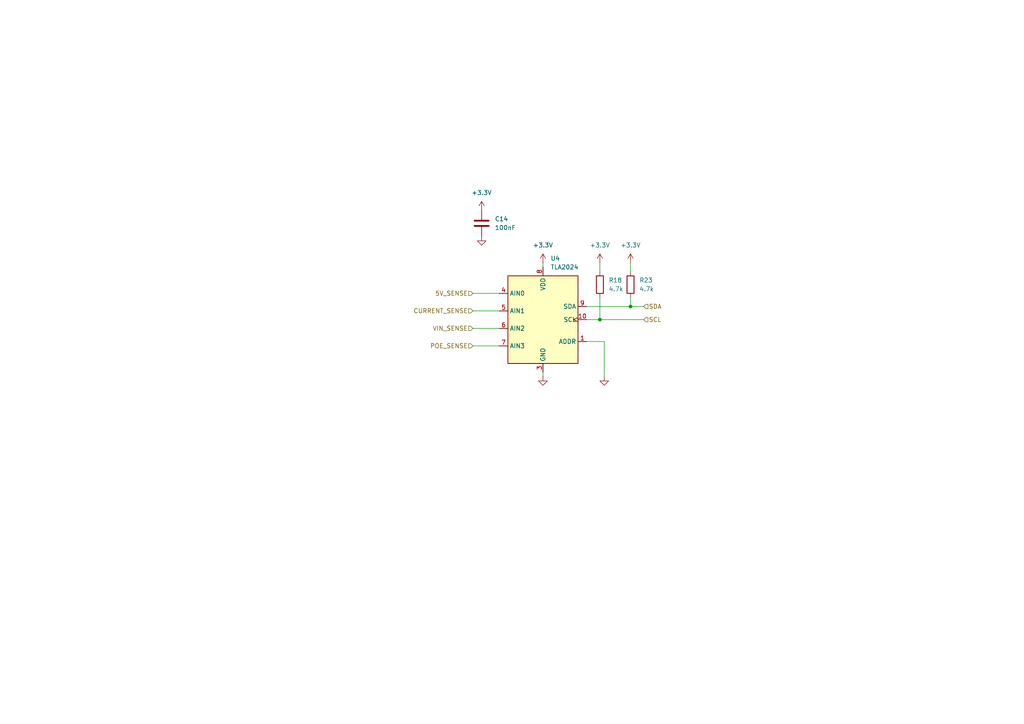
<source format=kicad_sch>
(kicad_sch (version 20231120) (generator "eeschema") (generator_version "8.0")
  (paper "A4")
  (title_block (title "Interface shield") (date "2024-06-04") (rev "${VERSION}") (company "TrendBit s.r.o.") (comment 1 "Designed by: Petr Malaník"))
  (lib_symbols
    (symbol "Device:C" (pin_numbers hide) (pin_names (offset 0.254))
      (property "Reference" "C" (at 0.635 2.54 0))
      (property "Value" "C" (at 0.635 -2.54 0))
      (symbol "C_0_1"
        (polyline (pts (xy -2.032 -0.762) (xy 2.032 -0.762)) (stroke (width 0.508)))
        (polyline (pts (xy -2.032 0.762) (xy 2.032 0.762)) (stroke (width 0.508)))
      )
      (symbol "C_1_1"
        (pin passive line (at 0 3.81 270) (length 2.794) (name "~") (number "1"))
        (pin passive line (at 0 -3.81 90) (length 2.794) (name "~") (number "2"))
      )
    )
    (symbol "Device:R" (pin_numbers hide) (pin_names (offset 0))
      (property "Reference" "R" (at 2.032 0 90))
      (property "Value" "R" (at 0 0 90))
      (symbol "R_0_1"
        (rectangle (start -1.016 -2.54) (end 1.016 2.54) (stroke (width 0.254)))
      )
      (symbol "R_1_1"
        (pin passive line (at 0 3.81 270) (length 1.27) (name "~") (number "1"))
        (pin passive line (at 0 -3.81 90) (length 1.27) (name "~") (number "2"))
      )
    )
    (symbol "TCY_IC:TLA2024"
      (property "Reference" "U" (at -0.762 0.254 0))
      (property "Value" "TLA2024" (at -3.81 -2.54 0))
      (symbol "TLA2024_0_1"
        (rectangle (start -10.16 12.7) (end 10.16 -12.7) (stroke (width 0.254)) (fill (type background)))
      )
      (symbol "TLA2024_1_1"
        (pin input line (at 12.7 -6.35 180) (length 2.54) (name "ADDR") (number "1"))
        (pin input clock (at 12.7 0 180) (length 2.54) (name "SCL") (number "10"))
        (pin no_connect non_logic (at 12.7 7.62 180) (length 2.54) hide (name "NC") (number "2"))
        (pin power_in line (at 0 -15.24 90) (length 2.54) (name "GND") (number "3"))
        (pin input line (at -12.7 7.62 0) (length 2.54) (name "AIN0") (number "4"))
        (pin input line (at -12.7 2.54 0) (length 2.54) (name "AIN1") (number "5"))
        (pin input line (at -12.7 -2.54 0) (length 2.54) (name "AIN2") (number "6"))
        (pin input line (at -12.7 -7.62 0) (length 2.54) (name "AIN3") (number "7"))
        (pin power_in line (at 0 15.24 270) (length 2.54) (name "VDD") (number "8"))
        (pin bidirectional line (at 12.7 3.81 180) (length 2.54) (name "SDA") (number "9"))
      )
    )
    (symbol "power:+3.3V" (power) (pin_numbers hide) (pin_names (offset 0) hide)
      (property "Value" "+3.3V" (at 0 3.556 0))
      (symbol "+3.3V_0_1"
        (polyline (pts (xy -0.762 1.27) (xy 0 2.54)))
        (polyline (pts (xy 0 0) (xy 0 2.54)))
        (polyline (pts (xy 0 2.54) (xy 0.762 1.27)))
      )
      (symbol "+3.3V_1_1"
        (pin power_in line (at 0 0 90) (length 0) (name "~") (number "1"))
      )
    )
    (symbol "power:GND" (power) (pin_numbers hide) (pin_names (offset 0) hide)
      (property "Value" "GND" (at 0 -3.81 0))
      (symbol "GND_0_1"
        (polyline (pts (xy 0 0) (xy 0 -1.27) (xy 1.27 -1.27) (xy 0 -2.54) (xy -1.27 -1.27) (xy 0 -1.27)))
      )
      (symbol "GND_1_1"
        (pin power_in line (at 0 0 270) (length 0) (name "~") (number "1"))
      )
    )
  )
  (junction (at 182.88 88.9))
  (junction (at 173.99 92.71))
  (wire (pts (xy 182.88 86.36) (xy 182.88 88.9)))
  (wire (pts (xy 173.99 76.2) (xy 173.99 78.74)))
  (wire (pts (xy 170.18 88.9) (xy 182.88 88.9)))
  (wire (pts (xy 137.16 85.09) (xy 144.78 85.09)))
  (wire (pts (xy 170.18 99.06) (xy 175.26 99.06)))
  (wire (pts (xy 173.99 86.36) (xy 173.99 92.71)))
  (wire (pts (xy 182.88 88.9) (xy 186.69 88.9)))
  (wire (pts (xy 173.99 92.71) (xy 186.69 92.71)))
  (wire (pts (xy 182.88 76.2) (xy 182.88 78.74)))
  (wire (pts (xy 170.18 92.71) (xy 173.99 92.71)))
  (wire (pts (xy 137.16 100.33) (xy 144.78 100.33)))
  (wire (pts (xy 157.48 76.2) (xy 157.48 77.47)))
  (wire (pts (xy 137.16 95.25) (xy 144.78 95.25)))
  (wire (pts (xy 137.16 90.17) (xy 144.78 90.17)))
  (wire (pts (xy 175.26 99.06) (xy 175.26 109.22)))
  (wire (pts (xy 157.48 109.22) (xy 157.48 107.95)))
  (hierarchical_label "POE_SENSE" (shape input) (at 137.16 100.33 180))
  (hierarchical_label "CURRENT_SENSE" (shape input) (at 137.16 90.17 180))
  (hierarchical_label "VIN_SENSE" (shape input) (at 137.16 95.25 180))
  (hierarchical_label "SCL" (shape input) (at 186.69 92.71 0))
  (hierarchical_label "SDA" (shape input) (at 186.69 88.9 0))
  (hierarchical_label "5V_SENSE" (shape input) (at 137.16 85.09 180))
  (symbol (lib_id "power:+3.3V") (at 173.99 76.2 0) (unit 1)
    (property "Reference" "#PWR0100" (effects (hide yes)))
    (property "Value" "+3.3V" (at 173.99 71.12 0))
    (property "Description" "Power symbol creates a global label with name \"+3.3V\"" (effects (hide yes)))
  )
  (symbol (lib_id "Device:C") (at 139.7 64.77 0) (unit 1)
    (property "Reference" "C14" (at 143.51 63.4999 0) (effects (justify left)))
    (property "Value" "100nF" (at 143.51 66.0399 0) (effects (justify left)))
    (property "Footprint" "Capacitor_SMD:C_0603_1608Metric" (effects (hide yes)))
    (property "Description" "Unpolarized capacitor" (effects (hide yes)))
    (property "LCSC" "C14663" (effects (hide yes)))
  )
  (symbol (lib_id "power:+3.3V") (at 182.88 76.2 0) (unit 1)
    (property "Reference" "#PWR0101" (effects (hide yes)))
    (property "Value" "+3.3V" (at 182.88 71.12 0))
    (property "Description" "Power symbol creates a global label with name \"+3.3V\"" (effects (hide yes)))
  )
  (symbol (lib_id "Device:R") (at 182.88 82.55 0) (unit 1)
    (property "Reference" "R23" (at 185.42 81.2799 0) (effects (justify left)))
    (property "Value" "4.7k" (at 185.42 83.8199 0) (effects (justify left)))
    (property "Footprint" "Resistor_SMD:R_0603_1608Metric" (effects (hide yes)))
    (property "Description" "Resistor" (effects (hide yes)))
    (property "LCSC" "C23162" (effects (hide yes)))
  )
  (symbol (lib_id "power:+3.3V") (at 139.7 60.96 0) (unit 1)
    (property "Reference" "#PWR072" (effects (hide yes)))
    (property "Value" "+3.3V" (at 139.7 55.88 0))
    (property "Description" "Power symbol creates a global label with name \"+3.3V\"" (effects (hide yes)))
  )
  (symbol (lib_id "TCY_IC:TLA2024") (at 157.48 92.71 0) (unit 1)
    (property "Reference" "U4" (at 159.6741 74.93 0) (effects (justify left)))
    (property "Value" "TLA2024" (at 159.6741 77.47 0) (effects (justify left)))
    (property "Footprint" "Package_DFN_QFN:Texas_UQFN-10_1.5x2mm_P0.5mm" (effects (hide yes)))
    (property "Datasheet" "https://www.ti.com/lit/gpn/TLA2024" (effects (hide yes)))
    (property "Description" "4-Channel, 12-Bit ADC with I2C Interface" (effects (hide yes)))
    (property "Mouser" "https://cz.mouser.com/ProductDetail/Texas-Instruments/TLA2024IRUGT?qs=chTDxNqvsylxt6cbA39OGw%3D%3D" (effects (hide yes)))
    (property "JLCPCB" "C2876104" (effects (hide yes)))
    (property "MPN" "TLA2024IRUGT" (effects (hide yes)))
    (property "LCSC" "C2876104" (effects (hide yes)))
  )
  (symbol (lib_id "power:GND") (at 175.26 109.22 0) (unit 1)
    (property "Reference" "#PWR099" (effects (hide yes)))
    (property "Value" "GND" (effects (hide yes)))
    (property "Description" "Power symbol creates a global label with name \"GND\" , ground" (effects (hide yes)))
  )
  (symbol (lib_id "power:GND") (at 139.7 68.58 0) (unit 1)
    (property "Reference" "#PWR073" (effects (hide yes)))
    (property "Value" "GND" (effects (hide yes)))
    (property "Description" "Power symbol creates a global label with name \"GND\" , ground" (effects (hide yes)))
  )
  (symbol (lib_id "power:+3.3V") (at 157.48 76.2 0) (unit 1)
    (property "Reference" "#PWR053" (effects (hide yes)))
    (property "Value" "+3.3V" (at 157.48 71.12 0))
    (property "Description" "Power symbol creates a global label with name \"+3.3V\"" (effects (hide yes)))
  )
  (symbol (lib_id "Device:R") (at 173.99 82.55 0) (unit 1)
    (property "Reference" "R18" (at 176.53 81.2799 0) (effects (justify left)))
    (property "Value" "4.7k" (at 176.53 83.8199 0) (effects (justify left)))
    (property "Footprint" "Resistor_SMD:R_0603_1608Metric" (effects (hide yes)))
    (property "Description" "Resistor" (effects (hide yes)))
    (property "LCSC" "C23162" (effects (hide yes)))
  )
  (symbol (lib_id "power:GND") (at 157.48 109.22 0) (unit 1)
    (property "Reference" "#PWR048" (effects (hide yes)))
    (property "Value" "GND" (effects (hide yes)))
    (property "Description" "Power symbol creates a global label with name \"GND\" , ground" (effects (hide yes)))
  )
)
</source>
